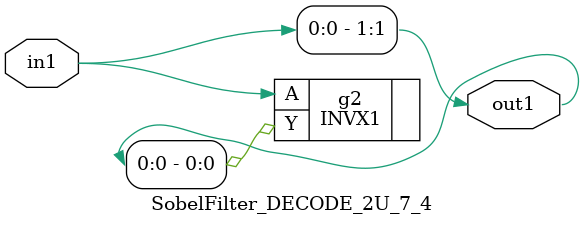
<source format=v>
`timescale 1ps / 1ps


module SobelFilter_DECODE_2U_7_4(in1, out1);
  input in1;
  output [1:0] out1;
  wire in1;
  wire [1:0] out1;
  assign out1[1] = in1;
  INVX1 g2(.A (in1), .Y (out1[0]));
endmodule



</source>
